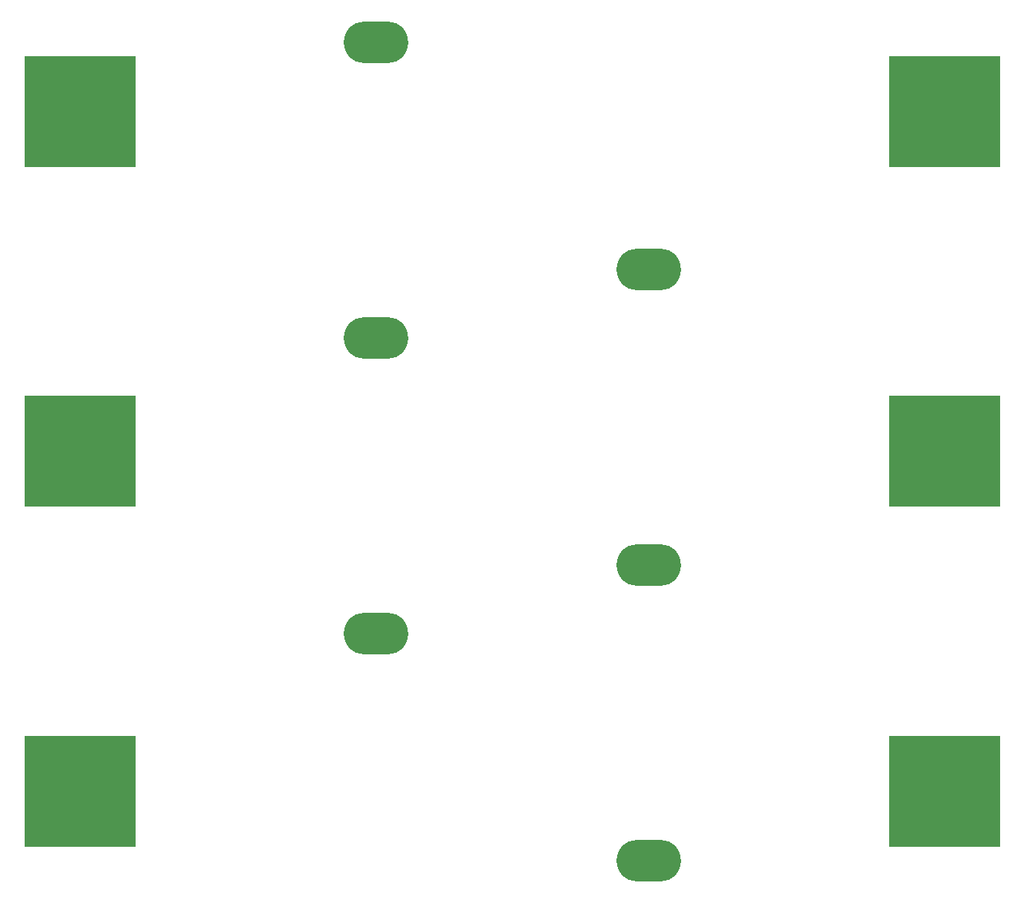
<source format=gbs>
G04*
G04 #@! TF.GenerationSoftware,Altium Limited,Altium Designer,23.8.1 (32)*
G04*
G04 Layer_Color=16711935*
%FSLAX44Y44*%
%MOMM*%
G71*
G04*
G04 #@! TF.SameCoordinates,4367AEAE-D2C0-438D-9D7F-6733A8EB5FA7*
G04*
G04*
G04 #@! TF.FilePolarity,Negative*
G04*
G01*
G75*
%ADD12O,7.1000X4.6000*%
%ADD13R,12.2032X12.2032*%
%ADD14R,12.2032X12.2032*%
%ADD18R,12.1000X12.1000*%
%ADD19R,12.1000X12.1000*%
D12*
X-150000Y450000D02*
D03*
X150000Y-450000D02*
D03*
X-150000Y-200000D02*
D03*
X150000Y-125000D02*
D03*
X-150000Y125000D02*
D03*
X150000Y200000D02*
D03*
D13*
X475000Y-373490D02*
D03*
Y0D02*
D03*
Y373490D02*
D03*
D14*
X-475000Y-373490D02*
D03*
Y0D02*
D03*
Y373490D02*
D03*
D18*
X475000Y-373490D02*
D03*
Y0D02*
D03*
Y373490D02*
D03*
D19*
X-475000Y-373490D02*
D03*
Y0D02*
D03*
Y373490D02*
D03*
M02*

</source>
